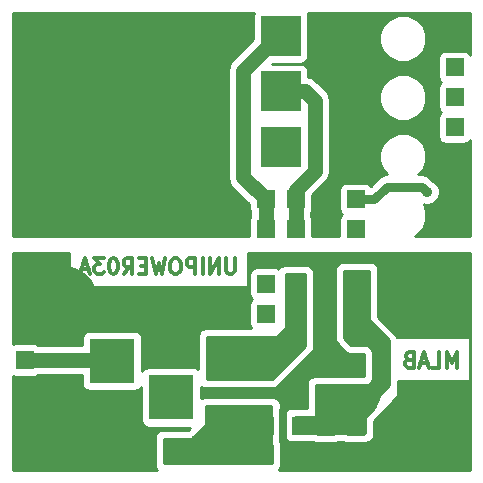
<source format=gbr>
G04 #@! TF.FileFunction,Copper,L2,Bot,Signal*
%FSLAX46Y46*%
G04 Gerber Fmt 4.6, Leading zero omitted, Abs format (unit mm)*
G04 Created by KiCad (PCBNEW 4.0.1-stable) date 16. 2. 2016 6:52:41*
%MOMM*%
G01*
G04 APERTURE LIST*
%ADD10C,0.300000*%
%ADD11C,6.000000*%
%ADD12R,1.524000X1.524000*%
%ADD13R,3.810000X3.810000*%
%ADD14R,1.300000X1.500000*%
%ADD15R,0.700000X3.000000*%
%ADD16R,3.400000X3.400000*%
%ADD17R,2.499360X1.800860*%
%ADD18R,3.810000X3.330000*%
%ADD19C,0.890000*%
%ADD20C,1.300000*%
%ADD21C,0.800000*%
%ADD22C,0.254000*%
G04 APERTURE END LIST*
D10*
X38552166Y9635405D02*
X38552166Y10935405D01*
X38118833Y10006833D01*
X37685500Y10935405D01*
X37685500Y9635405D01*
X36447405Y9635405D02*
X37066452Y9635405D01*
X37066452Y10935405D01*
X36075976Y10006833D02*
X35456928Y10006833D01*
X36199785Y9635405D02*
X35766452Y10935405D01*
X35333119Y9635405D01*
X34466452Y10316357D02*
X34280738Y10254452D01*
X34218833Y10192548D01*
X34156928Y10068738D01*
X34156928Y9883024D01*
X34218833Y9759214D01*
X34280738Y9697310D01*
X34404547Y9635405D01*
X34899785Y9635405D01*
X34899785Y10935405D01*
X34466452Y10935405D01*
X34342642Y10873500D01*
X34280738Y10811595D01*
X34218833Y10687786D01*
X34218833Y10563976D01*
X34280738Y10440167D01*
X34342642Y10378262D01*
X34466452Y10316357D01*
X34899785Y10316357D01*
X19740547Y18872905D02*
X19740547Y17820524D01*
X19678642Y17696714D01*
X19616738Y17634810D01*
X19492928Y17572905D01*
X19245309Y17572905D01*
X19121500Y17634810D01*
X19059595Y17696714D01*
X18997690Y17820524D01*
X18997690Y18872905D01*
X18378642Y17572905D02*
X18378642Y18872905D01*
X17635785Y17572905D01*
X17635785Y18872905D01*
X17016737Y17572905D02*
X17016737Y18872905D01*
X16397689Y17572905D02*
X16397689Y18872905D01*
X15902451Y18872905D01*
X15778642Y18811000D01*
X15716737Y18749095D01*
X15654832Y18625286D01*
X15654832Y18439571D01*
X15716737Y18315762D01*
X15778642Y18253857D01*
X15902451Y18191952D01*
X16397689Y18191952D01*
X14850070Y18872905D02*
X14602451Y18872905D01*
X14478642Y18811000D01*
X14354832Y18687190D01*
X14292927Y18439571D01*
X14292927Y18006238D01*
X14354832Y17758619D01*
X14478642Y17634810D01*
X14602451Y17572905D01*
X14850070Y17572905D01*
X14973880Y17634810D01*
X15097689Y17758619D01*
X15159594Y18006238D01*
X15159594Y18439571D01*
X15097689Y18687190D01*
X14973880Y18811000D01*
X14850070Y18872905D01*
X13859594Y18872905D02*
X13550070Y17572905D01*
X13302451Y18501476D01*
X13054832Y17572905D01*
X12745308Y18872905D01*
X12250070Y18253857D02*
X11816737Y18253857D01*
X11631023Y17572905D02*
X12250070Y17572905D01*
X12250070Y18872905D01*
X11631023Y18872905D01*
X10331023Y17572905D02*
X10764356Y18191952D01*
X11073880Y17572905D02*
X11073880Y18872905D01*
X10578642Y18872905D01*
X10454833Y18811000D01*
X10392928Y18749095D01*
X10331023Y18625286D01*
X10331023Y18439571D01*
X10392928Y18315762D01*
X10454833Y18253857D01*
X10578642Y18191952D01*
X11073880Y18191952D01*
X9526261Y18872905D02*
X9402452Y18872905D01*
X9278642Y18811000D01*
X9216737Y18749095D01*
X9154833Y18625286D01*
X9092928Y18377667D01*
X9092928Y18068143D01*
X9154833Y17820524D01*
X9216737Y17696714D01*
X9278642Y17634810D01*
X9402452Y17572905D01*
X9526261Y17572905D01*
X9650071Y17634810D01*
X9711975Y17696714D01*
X9773880Y17820524D01*
X9835785Y18068143D01*
X9835785Y18377667D01*
X9773880Y18625286D01*
X9711975Y18749095D01*
X9650071Y18811000D01*
X9526261Y18872905D01*
X8659595Y18872905D02*
X7854833Y18872905D01*
X8288166Y18377667D01*
X8102452Y18377667D01*
X7978642Y18315762D01*
X7916738Y18253857D01*
X7854833Y18130048D01*
X7854833Y17820524D01*
X7916738Y17696714D01*
X7978642Y17634810D01*
X8102452Y17572905D01*
X8473880Y17572905D01*
X8597690Y17634810D01*
X8659595Y17696714D01*
X7359595Y17944333D02*
X6740547Y17944333D01*
X7483404Y17572905D02*
X7050071Y18872905D01*
X6616738Y17572905D01*
D11*
X35560000Y15240000D03*
D12*
X29972000Y2095500D03*
X27432000Y2095500D03*
X29972000Y4635500D03*
X27432000Y4635500D03*
X29972000Y7175500D03*
X27432000Y7175500D03*
X29972000Y9715500D03*
X27432000Y9715500D03*
D13*
X14351000Y13312000D03*
X14351000Y7112000D03*
X9351000Y10212000D03*
D14*
X22462500Y4699000D03*
D15*
X23812500Y4699000D03*
D14*
X25162500Y4699000D03*
D12*
X22352000Y14160500D03*
X22352000Y16700500D03*
X22352000Y21336000D03*
X22352000Y23876000D03*
X24892000Y21336000D03*
X24892000Y23876000D03*
X24892000Y14160500D03*
X24892000Y16700500D03*
X38354000Y35052000D03*
X38354000Y29972000D03*
D16*
X23622000Y28320000D03*
X23622000Y33020000D03*
X23622000Y37720000D03*
D11*
X5080000Y15240000D03*
X35560000Y5080000D03*
X5080000Y5080000D03*
X5080000Y25400000D03*
X5080000Y35560000D03*
D12*
X38354000Y32512000D03*
D17*
X11018520Y2540000D03*
X15016480Y2540000D03*
D12*
X29972000Y14160500D03*
X29972000Y16700500D03*
X29972000Y21336000D03*
X29972000Y23876000D03*
X27432000Y21336000D03*
X27432000Y23876000D03*
X27432000Y14160500D03*
X27432000Y16700500D03*
D18*
X19367500Y10403000D03*
X19367500Y4583000D03*
D12*
X1968500Y10287000D03*
D19*
X36004500Y24511000D03*
D20*
X1968500Y10287000D02*
X9276000Y10287000D01*
X9276000Y10287000D02*
X9351000Y10212000D01*
D21*
X35559501Y24955999D02*
X32613999Y24955999D01*
X32613999Y24955999D02*
X31534000Y23876000D01*
X31534000Y23876000D02*
X29972000Y23876000D01*
X36004500Y24511000D02*
X35559501Y24955999D01*
D20*
X20447000Y34775002D02*
X20447000Y25781000D01*
X23622000Y37720000D02*
X23391998Y37720000D01*
X23391998Y37720000D02*
X20447000Y34775002D01*
X22352000Y23876000D02*
X20447000Y25781000D01*
X22352000Y21336000D02*
X22352000Y23876000D01*
X26543000Y32194500D02*
X25717500Y33020000D01*
X25717500Y33020000D02*
X23622000Y33020000D01*
X26543000Y26310998D02*
X26543000Y32194500D01*
X24892000Y23876000D02*
X24892000Y24659998D01*
X24892000Y24659998D02*
X26543000Y26310998D01*
X24892000Y21336000D02*
X24892000Y23876000D01*
D22*
G36*
X22815060Y6199000D02*
X22815060Y3199000D01*
X22859338Y2963683D01*
X22860000Y2962654D01*
X22860000Y1524000D01*
X13716000Y1524000D01*
X13716000Y3619500D01*
X16065500Y3619500D01*
X16114910Y3629506D01*
X16155303Y3656697D01*
X17298303Y4799697D01*
X17326166Y4841711D01*
X17335500Y4889500D01*
X17335500Y6350000D01*
X22845638Y6350000D01*
X22815060Y6199000D01*
X22815060Y6199000D01*
G37*
X22815060Y6199000D02*
X22815060Y3199000D01*
X22859338Y2963683D01*
X22860000Y2962654D01*
X22860000Y1524000D01*
X13716000Y1524000D01*
X13716000Y3619500D01*
X16065500Y3619500D01*
X16114910Y3629506D01*
X16155303Y3656697D01*
X17298303Y4799697D01*
X17326166Y4841711D01*
X17335500Y4889500D01*
X17335500Y6350000D01*
X22845638Y6350000D01*
X22815060Y6199000D01*
G36*
X30797500Y4064000D02*
X24809940Y4064000D01*
X24809940Y5461000D01*
X30797500Y5461000D01*
X30797500Y4064000D01*
X30797500Y4064000D01*
G37*
X30797500Y4064000D02*
X24809940Y4064000D01*
X24809940Y5461000D01*
X30797500Y5461000D01*
X30797500Y4064000D01*
G36*
X31115000Y13652500D02*
X31125006Y13603090D01*
X31152197Y13562697D01*
X32766000Y11948894D01*
X32766000Y8122245D01*
X32063340Y7420810D01*
X31562821Y6215427D01*
X30871145Y5523751D01*
X26606500Y5462827D01*
X26606500Y8128000D01*
X30988000Y8128000D01*
X31037410Y8138006D01*
X31077803Y8165197D01*
X31395303Y8482697D01*
X31423166Y8524711D01*
X31432500Y8572500D01*
X31432500Y11049000D01*
X31422494Y11098410D01*
X31395303Y11138803D01*
X31014303Y11519803D01*
X30972289Y11547666D01*
X30924500Y11557000D01*
X29580106Y11557000D01*
X29019500Y12117606D01*
X29019500Y17843500D01*
X31115000Y17843500D01*
X31115000Y13652500D01*
X31115000Y13652500D01*
G37*
X31115000Y13652500D02*
X31125006Y13603090D01*
X31152197Y13562697D01*
X32766000Y11948894D01*
X32766000Y8122245D01*
X32063340Y7420810D01*
X31562821Y6215427D01*
X30871145Y5523751D01*
X26606500Y5462827D01*
X26606500Y8128000D01*
X30988000Y8128000D01*
X31037410Y8138006D01*
X31077803Y8165197D01*
X31395303Y8482697D01*
X31423166Y8524711D01*
X31432500Y8572500D01*
X31432500Y11049000D01*
X31422494Y11098410D01*
X31395303Y11138803D01*
X31014303Y11519803D01*
X30972289Y11547666D01*
X30924500Y11557000D01*
X29580106Y11557000D01*
X29019500Y12117606D01*
X29019500Y17843500D01*
X31115000Y17843500D01*
X31115000Y13652500D01*
G36*
X25717500Y11482606D02*
X22870894Y8636000D01*
X17399000Y8636000D01*
X17399000Y12192000D01*
X23241000Y12192000D01*
X23290410Y12202006D01*
X23330803Y12229197D01*
X24029303Y12927697D01*
X24057166Y12969711D01*
X24066500Y13017500D01*
X24066500Y17526000D01*
X25717500Y17526000D01*
X25717500Y11482606D01*
X25717500Y11482606D01*
G37*
X25717500Y11482606D02*
X22870894Y8636000D01*
X17399000Y8636000D01*
X17399000Y12192000D01*
X23241000Y12192000D01*
X23290410Y12202006D01*
X23330803Y12229197D01*
X24029303Y12927697D01*
X24057166Y12969711D01*
X24066500Y13017500D01*
X24066500Y17526000D01*
X25717500Y17526000D01*
X25717500Y11482606D01*
G36*
X5707929Y16466000D02*
X20835072Y16466000D01*
X20835072Y19356000D01*
X39676000Y19356000D01*
X39676000Y964000D01*
X23444917Y964000D01*
X23571971Y1149949D01*
X23622000Y1397000D01*
X23622000Y3569882D01*
X23708931Y3697110D01*
X23759940Y3949000D01*
X23759940Y5449000D01*
X23865060Y5449000D01*
X23865060Y3949000D01*
X23909338Y3713683D01*
X24048410Y3497559D01*
X24260610Y3352569D01*
X24512500Y3301560D01*
X25812500Y3301560D01*
X25814838Y3302000D01*
X26381622Y3302000D01*
X26418110Y3277069D01*
X26670000Y3226060D01*
X28194000Y3226060D01*
X28429317Y3270338D01*
X28478521Y3302000D01*
X28921622Y3302000D01*
X28958110Y3277069D01*
X29210000Y3226060D01*
X30734000Y3226060D01*
X30969317Y3270338D01*
X31057376Y3327002D01*
X31155295Y3345427D01*
X31367267Y3481827D01*
X31509471Y3689949D01*
X31559500Y3937000D01*
X31559500Y5134474D01*
X33342013Y6916987D01*
X33477971Y7118949D01*
X33528000Y7366000D01*
X33528000Y8528500D01*
X39646691Y8528500D01*
X39646691Y12218500D01*
X33485615Y12218500D01*
X33481328Y12240446D01*
X33342013Y12450513D01*
X31877000Y13915526D01*
X31877000Y17970500D01*
X31833573Y18201295D01*
X31697173Y18413267D01*
X31489051Y18555471D01*
X31242000Y18605500D01*
X28892500Y18605500D01*
X28661705Y18562073D01*
X28449733Y18425673D01*
X28307529Y18217551D01*
X28257500Y17970500D01*
X28257500Y12065000D01*
X28304172Y11826054D01*
X28443487Y11615987D01*
X29078487Y10980987D01*
X29280449Y10845029D01*
X29527500Y10795000D01*
X30661474Y10795000D01*
X30670500Y10785974D01*
X30670500Y8890000D01*
X26479500Y8890000D01*
X26248705Y8846573D01*
X26036733Y8710173D01*
X25894529Y8502051D01*
X25844500Y8255000D01*
X25844500Y6223000D01*
X24511000Y6223000D01*
X24280205Y6179573D01*
X24068233Y6043173D01*
X23926029Y5835051D01*
X23876000Y5588000D01*
X23876000Y5503023D01*
X23865060Y5449000D01*
X23759940Y5449000D01*
X23715662Y5684317D01*
X23622000Y5829872D01*
X23622000Y6477000D01*
X23578573Y6707795D01*
X23442173Y6919767D01*
X23234051Y7061971D01*
X22987000Y7112000D01*
X17208500Y7112000D01*
X16977705Y7068573D01*
X16903440Y7020785D01*
X16903440Y8007053D01*
X17024949Y7924029D01*
X17272000Y7874000D01*
X22923500Y7874000D01*
X23162446Y7920672D01*
X23372513Y8059987D01*
X26293513Y10980987D01*
X26429471Y11182949D01*
X26479500Y11430000D01*
X26479500Y17653000D01*
X26436073Y17883795D01*
X26299673Y18095767D01*
X26091551Y18237971D01*
X25844500Y18288000D01*
X23939500Y18288000D01*
X23708705Y18244573D01*
X23496733Y18108173D01*
X23432152Y18013656D01*
X23365890Y18058931D01*
X23114000Y18109940D01*
X21590000Y18109940D01*
X21354683Y18065662D01*
X21138559Y17926590D01*
X20993569Y17714390D01*
X20942560Y17462500D01*
X20942560Y15938500D01*
X20986838Y15703183D01*
X21125910Y15487059D01*
X21207770Y15431126D01*
X21138559Y15386590D01*
X20993569Y15174390D01*
X20942560Y14922500D01*
X20942560Y13398500D01*
X20986838Y13163183D01*
X21121444Y12954000D01*
X17272000Y12954000D01*
X17041205Y12910573D01*
X16829233Y12774173D01*
X16687029Y12566051D01*
X16637000Y12319000D01*
X16637000Y9525214D01*
X16507890Y9613431D01*
X16256000Y9664440D01*
X12446000Y9664440D01*
X12210683Y9620162D01*
X11994559Y9481090D01*
X11903440Y9347733D01*
X11903440Y12117000D01*
X11859162Y12352317D01*
X11720090Y12568441D01*
X11507890Y12713431D01*
X11256000Y12764440D01*
X7446000Y12764440D01*
X7210683Y12720162D01*
X6994559Y12581090D01*
X6849569Y12368890D01*
X6798560Y12117000D01*
X6798560Y11572000D01*
X3089860Y11572000D01*
X2982390Y11645431D01*
X2730500Y11696440D01*
X1206500Y11696440D01*
X971183Y11652162D01*
X964000Y11647540D01*
X964000Y19356000D01*
X5707929Y19356000D01*
X5707929Y16466000D01*
X5707929Y16466000D01*
G37*
X5707929Y16466000D02*
X20835072Y16466000D01*
X20835072Y19356000D01*
X39676000Y19356000D01*
X39676000Y964000D01*
X23444917Y964000D01*
X23571971Y1149949D01*
X23622000Y1397000D01*
X23622000Y3569882D01*
X23708931Y3697110D01*
X23759940Y3949000D01*
X23759940Y5449000D01*
X23865060Y5449000D01*
X23865060Y3949000D01*
X23909338Y3713683D01*
X24048410Y3497559D01*
X24260610Y3352569D01*
X24512500Y3301560D01*
X25812500Y3301560D01*
X25814838Y3302000D01*
X26381622Y3302000D01*
X26418110Y3277069D01*
X26670000Y3226060D01*
X28194000Y3226060D01*
X28429317Y3270338D01*
X28478521Y3302000D01*
X28921622Y3302000D01*
X28958110Y3277069D01*
X29210000Y3226060D01*
X30734000Y3226060D01*
X30969317Y3270338D01*
X31057376Y3327002D01*
X31155295Y3345427D01*
X31367267Y3481827D01*
X31509471Y3689949D01*
X31559500Y3937000D01*
X31559500Y5134474D01*
X33342013Y6916987D01*
X33477971Y7118949D01*
X33528000Y7366000D01*
X33528000Y8528500D01*
X39646691Y8528500D01*
X39646691Y12218500D01*
X33485615Y12218500D01*
X33481328Y12240446D01*
X33342013Y12450513D01*
X31877000Y13915526D01*
X31877000Y17970500D01*
X31833573Y18201295D01*
X31697173Y18413267D01*
X31489051Y18555471D01*
X31242000Y18605500D01*
X28892500Y18605500D01*
X28661705Y18562073D01*
X28449733Y18425673D01*
X28307529Y18217551D01*
X28257500Y17970500D01*
X28257500Y12065000D01*
X28304172Y11826054D01*
X28443487Y11615987D01*
X29078487Y10980987D01*
X29280449Y10845029D01*
X29527500Y10795000D01*
X30661474Y10795000D01*
X30670500Y10785974D01*
X30670500Y8890000D01*
X26479500Y8890000D01*
X26248705Y8846573D01*
X26036733Y8710173D01*
X25894529Y8502051D01*
X25844500Y8255000D01*
X25844500Y6223000D01*
X24511000Y6223000D01*
X24280205Y6179573D01*
X24068233Y6043173D01*
X23926029Y5835051D01*
X23876000Y5588000D01*
X23876000Y5503023D01*
X23865060Y5449000D01*
X23759940Y5449000D01*
X23715662Y5684317D01*
X23622000Y5829872D01*
X23622000Y6477000D01*
X23578573Y6707795D01*
X23442173Y6919767D01*
X23234051Y7061971D01*
X22987000Y7112000D01*
X17208500Y7112000D01*
X16977705Y7068573D01*
X16903440Y7020785D01*
X16903440Y8007053D01*
X17024949Y7924029D01*
X17272000Y7874000D01*
X22923500Y7874000D01*
X23162446Y7920672D01*
X23372513Y8059987D01*
X26293513Y10980987D01*
X26429471Y11182949D01*
X26479500Y11430000D01*
X26479500Y17653000D01*
X26436073Y17883795D01*
X26299673Y18095767D01*
X26091551Y18237971D01*
X25844500Y18288000D01*
X23939500Y18288000D01*
X23708705Y18244573D01*
X23496733Y18108173D01*
X23432152Y18013656D01*
X23365890Y18058931D01*
X23114000Y18109940D01*
X21590000Y18109940D01*
X21354683Y18065662D01*
X21138559Y17926590D01*
X20993569Y17714390D01*
X20942560Y17462500D01*
X20942560Y15938500D01*
X20986838Y15703183D01*
X21125910Y15487059D01*
X21207770Y15431126D01*
X21138559Y15386590D01*
X20993569Y15174390D01*
X20942560Y14922500D01*
X20942560Y13398500D01*
X20986838Y13163183D01*
X21121444Y12954000D01*
X17272000Y12954000D01*
X17041205Y12910573D01*
X16829233Y12774173D01*
X16687029Y12566051D01*
X16637000Y12319000D01*
X16637000Y9525214D01*
X16507890Y9613431D01*
X16256000Y9664440D01*
X12446000Y9664440D01*
X12210683Y9620162D01*
X11994559Y9481090D01*
X11903440Y9347733D01*
X11903440Y12117000D01*
X11859162Y12352317D01*
X11720090Y12568441D01*
X11507890Y12713431D01*
X11256000Y12764440D01*
X7446000Y12764440D01*
X7210683Y12720162D01*
X6994559Y12581090D01*
X6849569Y12368890D01*
X6798560Y12117000D01*
X6798560Y11572000D01*
X3089860Y11572000D01*
X2982390Y11645431D01*
X2730500Y11696440D01*
X1206500Y11696440D01*
X971183Y11652162D01*
X964000Y11647540D01*
X964000Y19356000D01*
X5707929Y19356000D01*
X5707929Y16466000D01*
G36*
X6798560Y8307000D02*
X6842838Y8071683D01*
X6981910Y7855559D01*
X7194110Y7710569D01*
X7446000Y7659560D01*
X11256000Y7659560D01*
X11491317Y7703838D01*
X11707441Y7842910D01*
X11798560Y7976267D01*
X11798560Y5207000D01*
X11842838Y4971683D01*
X11981910Y4755559D01*
X12194110Y4610569D01*
X12446000Y4559560D01*
X15980534Y4559560D01*
X15802474Y4381500D01*
X13589000Y4381500D01*
X13358205Y4338073D01*
X13146233Y4201673D01*
X13004029Y3993551D01*
X12954000Y3746500D01*
X12954000Y1397000D01*
X12997427Y1166205D01*
X13127542Y964000D01*
X964000Y964000D01*
X964000Y8926667D01*
X1206500Y8877560D01*
X2730500Y8877560D01*
X2965817Y8921838D01*
X3090392Y9002000D01*
X6798560Y9002000D01*
X6798560Y8307000D01*
X6798560Y8307000D01*
G37*
X6798560Y8307000D02*
X6842838Y8071683D01*
X6981910Y7855559D01*
X7194110Y7710569D01*
X7446000Y7659560D01*
X11256000Y7659560D01*
X11491317Y7703838D01*
X11707441Y7842910D01*
X11798560Y7976267D01*
X11798560Y5207000D01*
X11842838Y4971683D01*
X11981910Y4755559D01*
X12194110Y4610569D01*
X12446000Y4559560D01*
X15980534Y4559560D01*
X15802474Y4381500D01*
X13589000Y4381500D01*
X13358205Y4338073D01*
X13146233Y4201673D01*
X13004029Y3993551D01*
X12954000Y3746500D01*
X12954000Y1397000D01*
X12997427Y1166205D01*
X13127542Y964000D01*
X964000Y964000D01*
X964000Y8926667D01*
X1206500Y8877560D01*
X2730500Y8877560D01*
X2965817Y8921838D01*
X3090392Y9002000D01*
X6798560Y9002000D01*
X6798560Y8307000D01*
G36*
X21325569Y39671890D02*
X21274560Y39420000D01*
X21274560Y37419826D01*
X19538368Y35683634D01*
X19259815Y35266750D01*
X19162000Y34775002D01*
X19162000Y25781000D01*
X19259815Y25289252D01*
X19538368Y24872368D01*
X20942560Y23468176D01*
X20942560Y23114000D01*
X20986838Y22878683D01*
X21067000Y22754108D01*
X21067000Y22457360D01*
X20993569Y22349890D01*
X20942560Y22098000D01*
X20942560Y20776000D01*
X964000Y20776000D01*
X964000Y39676000D01*
X21328377Y39676000D01*
X21325569Y39671890D01*
X21325569Y39671890D01*
G37*
X21325569Y39671890D02*
X21274560Y39420000D01*
X21274560Y37419826D01*
X19538368Y35683634D01*
X19259815Y35266750D01*
X19162000Y34775002D01*
X19162000Y25781000D01*
X19259815Y25289252D01*
X19538368Y24872368D01*
X20942560Y23468176D01*
X20942560Y23114000D01*
X20986838Y22878683D01*
X21067000Y22754108D01*
X21067000Y22457360D01*
X20993569Y22349890D01*
X20942560Y22098000D01*
X20942560Y20776000D01*
X964000Y20776000D01*
X964000Y39676000D01*
X21328377Y39676000D01*
X21325569Y39671890D01*
G36*
X39676000Y36116393D02*
X39580090Y36265441D01*
X39367890Y36410431D01*
X39116000Y36461440D01*
X37592000Y36461440D01*
X37356683Y36417162D01*
X37140559Y36278090D01*
X36995569Y36065890D01*
X36944560Y35814000D01*
X36944560Y34290000D01*
X36988838Y34054683D01*
X37127910Y33838559D01*
X37209770Y33782626D01*
X37140559Y33738090D01*
X36995569Y33525890D01*
X36944560Y33274000D01*
X36944560Y31750000D01*
X36988838Y31514683D01*
X37127910Y31298559D01*
X37209770Y31242626D01*
X37140559Y31198090D01*
X36995569Y30985890D01*
X36944560Y30734000D01*
X36944560Y29210000D01*
X36988838Y28974683D01*
X37127910Y28758559D01*
X37340110Y28613569D01*
X37592000Y28562560D01*
X39116000Y28562560D01*
X39351317Y28606838D01*
X39567441Y28745910D01*
X39676000Y28904791D01*
X39676000Y20776000D01*
X34998108Y20776000D01*
X35095443Y20816218D01*
X35654319Y21374120D01*
X35957154Y22103427D01*
X35957843Y22893109D01*
X35724492Y23457863D01*
X35788732Y23431188D01*
X36218383Y23430813D01*
X36615471Y23594887D01*
X36919545Y23898431D01*
X37084312Y24295232D01*
X37084687Y24724883D01*
X36920613Y25121971D01*
X36617069Y25426045D01*
X36507789Y25471422D01*
X36291357Y25687855D01*
X35955578Y25912214D01*
X35559501Y25991000D01*
X35559496Y25990999D01*
X35275037Y25990999D01*
X35654319Y26369620D01*
X35957154Y27098927D01*
X35957843Y27888609D01*
X35656282Y28618443D01*
X35098380Y29177319D01*
X34369073Y29480154D01*
X33579391Y29480843D01*
X32849557Y29179282D01*
X32290681Y28621380D01*
X31987846Y27892073D01*
X31987157Y27102391D01*
X32288718Y26372557D01*
X32669611Y25990999D01*
X32614004Y25990999D01*
X32613999Y25991000D01*
X32217921Y25912214D01*
X32083428Y25822348D01*
X31882143Y25687855D01*
X31882141Y25687852D01*
X31231621Y25037333D01*
X31198090Y25089441D01*
X30985890Y25234431D01*
X30734000Y25285440D01*
X29210000Y25285440D01*
X28974683Y25241162D01*
X28758559Y25102090D01*
X28613569Y24889890D01*
X28562560Y24638000D01*
X28562560Y23114000D01*
X28606838Y22878683D01*
X28745910Y22662559D01*
X28827770Y22606626D01*
X28758559Y22562090D01*
X28613569Y22349890D01*
X28562560Y22098000D01*
X28562560Y20776000D01*
X26301440Y20776000D01*
X26301440Y22098000D01*
X26257162Y22333317D01*
X26177000Y22457892D01*
X26177000Y22754640D01*
X26250431Y22862110D01*
X26301440Y23114000D01*
X26301440Y24252174D01*
X27451633Y25402366D01*
X27730185Y25819250D01*
X27828000Y26310998D01*
X27828000Y32106891D01*
X31987157Y32106891D01*
X32288718Y31377057D01*
X32846620Y30818181D01*
X33575927Y30515346D01*
X34365609Y30514657D01*
X35095443Y30816218D01*
X35654319Y31374120D01*
X35957154Y32103427D01*
X35957843Y32893109D01*
X35656282Y33622943D01*
X35098380Y34181819D01*
X34369073Y34484654D01*
X33579391Y34485343D01*
X32849557Y34183782D01*
X32290681Y33625880D01*
X31987846Y32896573D01*
X31987157Y32106891D01*
X27828000Y32106891D01*
X27828000Y32194500D01*
X27730185Y32686248D01*
X27451632Y33103132D01*
X26626132Y33928632D01*
X26209248Y34207185D01*
X25969440Y34254886D01*
X25969440Y34720000D01*
X25925162Y34955317D01*
X25786090Y35171441D01*
X25573890Y35316431D01*
X25322000Y35367440D01*
X22856702Y35367440D01*
X22861822Y35372560D01*
X25322000Y35372560D01*
X25557317Y35416838D01*
X25773441Y35555910D01*
X25918431Y35768110D01*
X25969440Y36020000D01*
X25969440Y37106891D01*
X31987157Y37106891D01*
X32288718Y36377057D01*
X32846620Y35818181D01*
X33575927Y35515346D01*
X34365609Y35514657D01*
X35095443Y35816218D01*
X35654319Y36374120D01*
X35957154Y37103427D01*
X35957843Y37893109D01*
X35656282Y38622943D01*
X35098380Y39181819D01*
X34369073Y39484654D01*
X33579391Y39485343D01*
X32849557Y39183782D01*
X32290681Y38625880D01*
X31987846Y37896573D01*
X31987157Y37106891D01*
X25969440Y37106891D01*
X25969440Y39420000D01*
X25925162Y39655317D01*
X25911853Y39676000D01*
X39676000Y39676000D01*
X39676000Y36116393D01*
X39676000Y36116393D01*
G37*
X39676000Y36116393D02*
X39580090Y36265441D01*
X39367890Y36410431D01*
X39116000Y36461440D01*
X37592000Y36461440D01*
X37356683Y36417162D01*
X37140559Y36278090D01*
X36995569Y36065890D01*
X36944560Y35814000D01*
X36944560Y34290000D01*
X36988838Y34054683D01*
X37127910Y33838559D01*
X37209770Y33782626D01*
X37140559Y33738090D01*
X36995569Y33525890D01*
X36944560Y33274000D01*
X36944560Y31750000D01*
X36988838Y31514683D01*
X37127910Y31298559D01*
X37209770Y31242626D01*
X37140559Y31198090D01*
X36995569Y30985890D01*
X36944560Y30734000D01*
X36944560Y29210000D01*
X36988838Y28974683D01*
X37127910Y28758559D01*
X37340110Y28613569D01*
X37592000Y28562560D01*
X39116000Y28562560D01*
X39351317Y28606838D01*
X39567441Y28745910D01*
X39676000Y28904791D01*
X39676000Y20776000D01*
X34998108Y20776000D01*
X35095443Y20816218D01*
X35654319Y21374120D01*
X35957154Y22103427D01*
X35957843Y22893109D01*
X35724492Y23457863D01*
X35788732Y23431188D01*
X36218383Y23430813D01*
X36615471Y23594887D01*
X36919545Y23898431D01*
X37084312Y24295232D01*
X37084687Y24724883D01*
X36920613Y25121971D01*
X36617069Y25426045D01*
X36507789Y25471422D01*
X36291357Y25687855D01*
X35955578Y25912214D01*
X35559501Y25991000D01*
X35559496Y25990999D01*
X35275037Y25990999D01*
X35654319Y26369620D01*
X35957154Y27098927D01*
X35957843Y27888609D01*
X35656282Y28618443D01*
X35098380Y29177319D01*
X34369073Y29480154D01*
X33579391Y29480843D01*
X32849557Y29179282D01*
X32290681Y28621380D01*
X31987846Y27892073D01*
X31987157Y27102391D01*
X32288718Y26372557D01*
X32669611Y25990999D01*
X32614004Y25990999D01*
X32613999Y25991000D01*
X32217921Y25912214D01*
X32083428Y25822348D01*
X31882143Y25687855D01*
X31882141Y25687852D01*
X31231621Y25037333D01*
X31198090Y25089441D01*
X30985890Y25234431D01*
X30734000Y25285440D01*
X29210000Y25285440D01*
X28974683Y25241162D01*
X28758559Y25102090D01*
X28613569Y24889890D01*
X28562560Y24638000D01*
X28562560Y23114000D01*
X28606838Y22878683D01*
X28745910Y22662559D01*
X28827770Y22606626D01*
X28758559Y22562090D01*
X28613569Y22349890D01*
X28562560Y22098000D01*
X28562560Y20776000D01*
X26301440Y20776000D01*
X26301440Y22098000D01*
X26257162Y22333317D01*
X26177000Y22457892D01*
X26177000Y22754640D01*
X26250431Y22862110D01*
X26301440Y23114000D01*
X26301440Y24252174D01*
X27451633Y25402366D01*
X27730185Y25819250D01*
X27828000Y26310998D01*
X27828000Y32106891D01*
X31987157Y32106891D01*
X32288718Y31377057D01*
X32846620Y30818181D01*
X33575927Y30515346D01*
X34365609Y30514657D01*
X35095443Y30816218D01*
X35654319Y31374120D01*
X35957154Y32103427D01*
X35957843Y32893109D01*
X35656282Y33622943D01*
X35098380Y34181819D01*
X34369073Y34484654D01*
X33579391Y34485343D01*
X32849557Y34183782D01*
X32290681Y33625880D01*
X31987846Y32896573D01*
X31987157Y32106891D01*
X27828000Y32106891D01*
X27828000Y32194500D01*
X27730185Y32686248D01*
X27451632Y33103132D01*
X26626132Y33928632D01*
X26209248Y34207185D01*
X25969440Y34254886D01*
X25969440Y34720000D01*
X25925162Y34955317D01*
X25786090Y35171441D01*
X25573890Y35316431D01*
X25322000Y35367440D01*
X22856702Y35367440D01*
X22861822Y35372560D01*
X25322000Y35372560D01*
X25557317Y35416838D01*
X25773441Y35555910D01*
X25918431Y35768110D01*
X25969440Y36020000D01*
X25969440Y37106891D01*
X31987157Y37106891D01*
X32288718Y36377057D01*
X32846620Y35818181D01*
X33575927Y35515346D01*
X34365609Y35514657D01*
X35095443Y35816218D01*
X35654319Y36374120D01*
X35957154Y37103427D01*
X35957843Y37893109D01*
X35656282Y38622943D01*
X35098380Y39181819D01*
X34369073Y39484654D01*
X33579391Y39485343D01*
X32849557Y39183782D01*
X32290681Y38625880D01*
X31987846Y37896573D01*
X31987157Y37106891D01*
X25969440Y37106891D01*
X25969440Y39420000D01*
X25925162Y39655317D01*
X25911853Y39676000D01*
X39676000Y39676000D01*
X39676000Y36116393D01*
M02*

</source>
